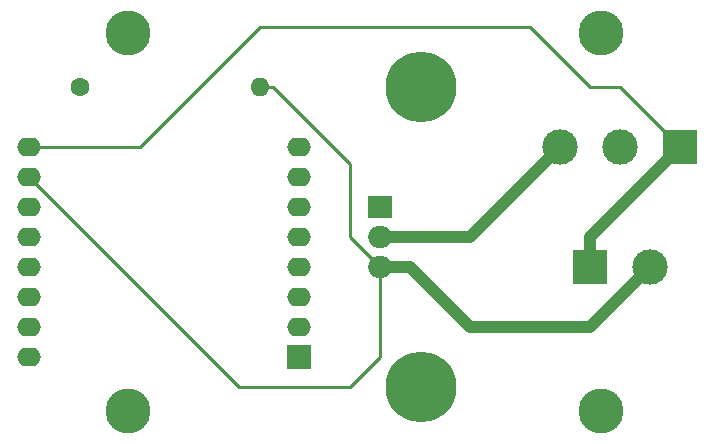
<source format=gbr>
%TF.GenerationSoftware,KiCad,Pcbnew,(7.0.0)*%
%TF.CreationDate,2025-02-09T12:12:52+01:00*%
%TF.ProjectId,fairy-lights,66616972-792d-46c6-9967-6874732e6b69,rev?*%
%TF.SameCoordinates,Original*%
%TF.FileFunction,Copper,L2,Bot*%
%TF.FilePolarity,Positive*%
%FSLAX46Y46*%
G04 Gerber Fmt 4.6, Leading zero omitted, Abs format (unit mm)*
G04 Created by KiCad (PCBNEW (7.0.0)) date 2025-02-09 12:12:52*
%MOMM*%
%LPD*%
G01*
G04 APERTURE LIST*
%TA.AperFunction,ComponentPad*%
%ADD10C,3.800000*%
%TD*%
%TA.AperFunction,ComponentPad*%
%ADD11R,3.000000X3.000000*%
%TD*%
%TA.AperFunction,ComponentPad*%
%ADD12C,3.000000*%
%TD*%
%TA.AperFunction,ComponentPad*%
%ADD13C,1.600000*%
%TD*%
%TA.AperFunction,ComponentPad*%
%ADD14O,1.600000X1.600000*%
%TD*%
%TA.AperFunction,ComponentPad*%
%ADD15C,6.000000*%
%TD*%
%TA.AperFunction,ComponentPad*%
%ADD16R,2.000000X2.000000*%
%TD*%
%TA.AperFunction,ComponentPad*%
%ADD17O,2.000000X1.600000*%
%TD*%
%TA.AperFunction,ComponentPad*%
%ADD18R,2.000000X1.905000*%
%TD*%
%TA.AperFunction,ComponentPad*%
%ADD19O,2.000000X1.905000*%
%TD*%
%TA.AperFunction,Conductor*%
%ADD20C,0.250000*%
%TD*%
%TA.AperFunction,Conductor*%
%ADD21C,1.000000*%
%TD*%
G04 APERTURE END LIST*
D10*
%TO.P,REF\u002A\u002A,1*%
%TO.N,N/C*%
X100000000Y-82000000D03*
%TD*%
%TO.P,REF\u002A\u002A,1*%
%TO.N,N/C*%
X100000000Y-50000000D03*
%TD*%
D11*
%TO.P,J4,1,Pin_1*%
%TO.N,+5V*%
X146684999Y-59689999D03*
D12*
%TO.P,J4,2,Pin_2*%
%TO.N,Net-(J4-Pin_2)*%
X141605000Y-59690000D03*
%TO.P,J4,3,Pin_3*%
%TO.N,Net-(J4-Pin_3)*%
X136525000Y-59690000D03*
%TD*%
D13*
%TO.P,R1,1*%
%TO.N,Net-(Q1-G)*%
X95885000Y-54610000D03*
D14*
%TO.P,R1,2*%
%TO.N,GND*%
X111124999Y-54609999D03*
%TD*%
D10*
%TO.P,REF\u002A\u002A,1*%
%TO.N,N/C*%
X140000000Y-50000000D03*
%TD*%
D15*
%TO.P,HS1,1*%
%TO.N,N/C*%
X124770000Y-54610000D03*
X124770000Y-80010000D03*
%TD*%
D16*
%TO.P,U1,1,~{RST}*%
%TO.N,unconnected-(U1-~{RST}-Pad1)*%
X114449999Y-77469999D03*
D17*
%TO.P,U1,2,A0*%
%TO.N,unconnected-(U1-A0-Pad2)*%
X114449999Y-74929999D03*
%TO.P,U1,3,D0*%
%TO.N,unconnected-(U1-D0-Pad3)*%
X114449999Y-72389999D03*
%TO.P,U1,4,SCK/D5*%
%TO.N,unconnected-(U1-SCK{slash}D5-Pad4)*%
X114449999Y-69849999D03*
%TO.P,U1,5,MISO/D6*%
%TO.N,unconnected-(U1-MISO{slash}D6-Pad5)*%
X114449999Y-67309999D03*
%TO.P,U1,6,MOSI/D7*%
%TO.N,unconnected-(U1-MOSI{slash}D7-Pad6)*%
X114449999Y-64769999D03*
%TO.P,U1,7,CS/D8*%
%TO.N,unconnected-(U1-CS{slash}D8-Pad7)*%
X114449999Y-62229999D03*
%TO.P,U1,8,3V3*%
%TO.N,unconnected-(U1-3V3-Pad8)*%
X114449999Y-59689999D03*
%TO.P,U1,9,5V*%
%TO.N,+5V*%
X91589999Y-59689999D03*
%TO.P,U1,10,GND*%
%TO.N,GND*%
X91589999Y-62229999D03*
%TO.P,U1,11,D4*%
%TO.N,unconnected-(U1-D4-Pad11)*%
X91589999Y-64769999D03*
%TO.P,U1,12,D3*%
%TO.N,unconnected-(U1-D3-Pad12)*%
X91589999Y-67309999D03*
%TO.P,U1,13,SDA/D2*%
%TO.N,unconnected-(U1-SDA{slash}D2-Pad13)*%
X91589999Y-69849999D03*
%TO.P,U1,14,SCL/D1*%
%TO.N,Net-(Q1-G)*%
X91589999Y-72389999D03*
%TO.P,U1,15,RX*%
%TO.N,Net-(J4-Pin_2)*%
X91589999Y-74929999D03*
%TO.P,U1,16,TX*%
%TO.N,unconnected-(U1-TX-Pad16)*%
X91589999Y-77469999D03*
%TD*%
D18*
%TO.P,Q1,1,G*%
%TO.N,Net-(Q1-G)*%
X121284999Y-64769999D03*
D19*
%TO.P,Q1,2,D*%
%TO.N,Net-(J4-Pin_3)*%
X121284999Y-67309999D03*
%TO.P,Q1,3,S*%
%TO.N,GND*%
X121284999Y-69849999D03*
%TD*%
D11*
%TO.P,J2,1,Pin_1*%
%TO.N,+5V*%
X139064999Y-69849999D03*
D12*
%TO.P,J2,2,Pin_2*%
%TO.N,GND*%
X144145000Y-69850000D03*
%TD*%
D10*
%TO.P,REF\u002A\u002A,1*%
%TO.N,N/C*%
X140000000Y-82000000D03*
%TD*%
D20*
%TO.N,GND*%
X111125000Y-54610000D02*
X112256370Y-54610000D01*
X118745000Y-67310000D02*
X121285000Y-69850000D01*
D21*
X128905000Y-74930000D02*
X123825000Y-69850000D01*
X139065000Y-74930000D02*
X128905000Y-74930000D01*
D20*
X118745000Y-80010000D02*
X109370000Y-80010000D01*
X109370000Y-80010000D02*
X91590000Y-62230000D01*
X121285000Y-77470000D02*
X118745000Y-80010000D01*
X112256370Y-54610000D02*
X118745000Y-61098630D01*
D21*
X123825000Y-69850000D02*
X121285000Y-69850000D01*
X144145000Y-69850000D02*
X139065000Y-74930000D01*
D20*
X118745000Y-61098630D02*
X118745000Y-67310000D01*
X121285000Y-69850000D02*
X121285000Y-77470000D01*
D21*
%TO.N,+5V*%
X146685000Y-59690000D02*
X139065000Y-67310000D01*
D20*
X100965000Y-59690000D02*
X111125000Y-49530000D01*
X141605000Y-54610000D02*
X146685000Y-59690000D01*
X111125000Y-49530000D02*
X133985000Y-49530000D01*
X91590000Y-59690000D02*
X100965000Y-59690000D01*
X139065000Y-54610000D02*
X141605000Y-54610000D01*
X133985000Y-49530000D02*
X139065000Y-54610000D01*
D21*
X139065000Y-67310000D02*
X139065000Y-69850000D01*
%TO.N,Net-(J4-Pin_3)*%
X121285000Y-67310000D02*
X128905000Y-67310000D01*
X128905000Y-67310000D02*
X136525000Y-59690000D01*
%TD*%
M02*

</source>
